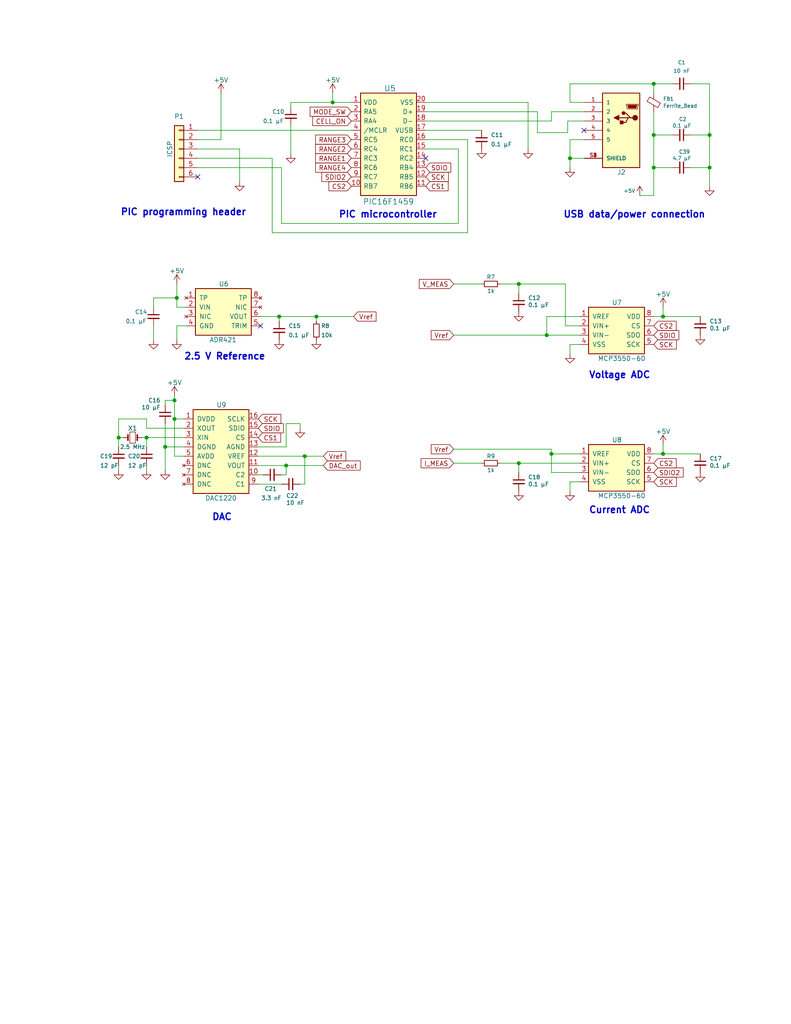
<source format=kicad_sch>
(kicad_sch (version 20230121) (generator eeschema)
  (paper "USLetter" portrait)
  (title_block (title "MYSTAT") (date "2024-05-04") (rev "1") (company "USB-Controlled Potentiostat/Galvanostat") (comment 1 "Based on TDSTATv3 designed by Thomas Dobbelaere") (comment 2 "by Matthew Yates"))
  (lib_symbols
    (symbol "Connector_Generic:Conn_01x06" (pin_names (offset 1.016) hide)
      (property "Reference" "J" (at 0 7.62 0))
      (property "Value" "Conn_01x06" (at 0 -10.16 0))
      (symbol "Conn_01x06_1_1"
        (rectangle (start -1.27 -7.493) (end 0 -7.747) (stroke (width 0.1524)))
        (rectangle (start -1.27 -4.953) (end 0 -5.207) (stroke (width 0.1524)))
        (rectangle (start -1.27 -2.413) (end 0 -2.667) (stroke (width 0.1524)))
        (rectangle (start -1.27 0.127) (end 0 -0.127) (stroke (width 0.1524)))
        (rectangle (start -1.27 2.667) (end 0 2.413) (stroke (width 0.1524)))
        (rectangle (start -1.27 5.207) (end 0 4.953) (stroke (width 0.1524)))
        (rectangle (start -1.27 6.35) (end 1.27 -8.89) (stroke (width 0.254)) (fill (type background)))
        (pin passive line (at -5.08 5.08 0) (length 3.81) (name "Pin_1") (number "1"))
        (pin passive line (at -5.08 2.54 0) (length 3.81) (name "Pin_2") (number "2"))
        (pin passive line (at -5.08 0 0) (length 3.81) (name "Pin_3") (number "3"))
        (pin passive line (at -5.08 -2.54 0) (length 3.81) (name "Pin_4") (number "4"))
        (pin passive line (at -5.08 -5.08 0) (length 3.81) (name "Pin_5") (number "5"))
        (pin passive line (at -5.08 -7.62 0) (length 3.81) (name "Pin_6") (number "6"))
      )
    )
    (symbol "Device:C_Small" (pin_numbers hide) (pin_names (offset 0.254) hide)
      (property "Reference" "C" (at 0.254 1.778 0))
      (property "Value" "C_Small" (at 0.254 -2.032 0))
      (symbol "C_Small_0_1"
        (polyline (pts (xy -1.524 -0.508) (xy 1.524 -0.508)) (stroke (width 0.3302)))
        (polyline (pts (xy -1.524 0.508) (xy 1.524 0.508)) (stroke (width 0.3048)))
      )
      (symbol "C_Small_1_1"
        (pin passive line (at 0 2.54 270) (length 2.032) (name "~") (number "1"))
        (pin passive line (at 0 -2.54 90) (length 2.032) (name "~") (number "2"))
      )
    )
    (symbol "Device:Crystal_Small" (pin_numbers hide) (pin_names (offset 1.016) hide)
      (property "Reference" "Y" (at 0 2.54 0))
      (property "Value" "Crystal_Small" (at 0 -2.54 0))
      (symbol "Crystal_Small_0_1"
        (rectangle (start -0.762 -1.524) (end 0.762 1.524))
        (polyline (pts (xy -1.27 -0.762) (xy -1.27 0.762)) (stroke (width 0.381)))
        (polyline (pts (xy 1.27 -0.762) (xy 1.27 0.762)) (stroke (width 0.381)))
      )
      (symbol "Crystal_Small_1_1"
        (pin passive line (at -2.54 0 0) (length 1.27) (name "1") (number "1"))
        (pin passive line (at 2.54 0 180) (length 1.27) (name "2") (number "2"))
      )
    )
    (symbol "Device:FerriteBead_Small" (pin_numbers hide) (pin_names (offset 0))
      (property "Reference" "FB" (at 1.905 1.27 0))
      (property "Value" "FerriteBead_Small" (at 1.905 -1.27 0))
      (symbol "FerriteBead_Small_0_1"
        (polyline (pts (xy 0 -1.27) (xy 0 -0.7874)))
        (polyline (pts (xy 0 0.889) (xy 0 1.2954)))
        (polyline (pts (xy -1.8288 0.2794) (xy -1.1176 1.4986) (xy 1.8288 -0.2032) (xy 1.1176 -1.4224) (xy -1.8288 0.2794)))
      )
      (symbol "FerriteBead_Small_1_1"
        (pin passive line (at 0 2.54 270) (length 1.27) (name "~") (number "1"))
        (pin passive line (at 0 -2.54 90) (length 1.27) (name "~") (number "2"))
      )
    )
    (symbol "Device:R_Small" (pin_numbers hide) (pin_names (offset 0.254) hide)
      (property "Reference" "R" (at 0.762 0.508 0))
      (property "Value" "R_Small" (at 0.762 -1.016 0))
      (symbol "R_Small_0_1"
        (rectangle (start -0.762 1.778) (end 0.762 -1.778) (stroke (width 0.2032)))
      )
      (symbol "R_Small_1_1"
        (pin passive line (at 0 2.54 270) (length 0.762) (name "~") (number "1"))
        (pin passive line (at 0 -2.54 90) (length 0.762) (name "~") (number "2"))
      )
    )
    (symbol "mylib:2173157-3" (pin_names (offset 1.016))
      (property "Reference" "J" (at -5.334 10.6934 0))
      (property "Value" "2173157-3" (at -5.334 -12.192 0))
      (symbol "2173157-3_0_0"
        (rectangle (start -5.08 10.16) (end 5.08 -10.16) (stroke (width 0.254)) (fill (type background)))
        (pin passive line (at 10.16 7.62 180) (length 5.08) (name "1") (number "1"))
        (pin passive line (at 10.16 5.08 180) (length 5.08) (name "2") (number "2"))
        (pin passive line (at 10.16 2.54 180) (length 5.08) (name "3") (number "3"))
        (pin passive line (at 10.16 0 180) (length 5.08) (name "4") (number "4"))
        (pin passive line (at 10.16 -2.54 180) (length 5.08) (name "5") (number "5"))
        (pin passive line (at 10.16 -7.62 180) (length 5.08) (name "SHIELD") (number "S1"))
        (pin passive line (at 10.16 -7.62 180) (length 5.08) (name "SHIELD") (number "S2"))
        (pin passive line (at 10.16 -7.62 180) (length 5.08) (name "SHIELD") (number "S3"))
        (pin passive line (at 10.16 -7.62 180) (length 5.08) (name "SHIELD") (number "S4"))
      )
      (symbol "2173157-3_1_1"
        (circle (center -3.81 3.429) (radius 0.635) (stroke (width 0.254)) (fill (type outline)))
        (circle (center -0.635 4.699) (radius 0.381) (stroke (width 0.254)) (fill (type outline)))
        (polyline (pts (xy -1.905 3.429) (xy 0.635 3.429)) (stroke (width 0.254)))
        (polyline (pts (xy -3.175 3.429) (xy -2.54 3.429) (xy -1.27 4.699) (xy -0.635 4.699)) (stroke (width 0.254)))
        (polyline (pts (xy -2.54 3.429) (xy -1.905 3.429) (xy -1.27 2.159) (xy 0 2.159)) (stroke (width 0.254)))
        (polyline (pts (xy 0.635 4.064) (xy 0.635 2.794) (xy 1.905 3.429) (xy 0.635 4.064)) (stroke (width 0.254)) (fill (type outline)))
        (polyline (pts (xy -4.318 6.858) (xy -1.778 6.858) (xy -2.032 6.096) (xy -4.064 6.096) (xy -4.318 6.858)) (fill (type outline)))
        (polyline (pts (xy -4.699 7.112) (xy -4.699 6.858) (xy -4.445 6.096) (xy -4.445 5.842) (xy -1.651 5.842) (xy -1.651 6.096) (xy -1.397 6.858) (xy -1.397 7.112) (xy -4.699 7.112)))
        (rectangle (start 0.254 2.54) (end -0.508 1.778) (stroke (width 0.254)) (fill (type outline)))
      )
    )
    (symbol "mylib:ADR421" (pin_names (offset 1.016))
      (property "Reference" "U" (at -7.62 8.89 0))
      (property "Value" "ADR421" (at -7.62 -6.35 0))
      (symbol "ADR421_0_0"
        (rectangle (start -7.62 7.62) (end 7.62 -5.08) (stroke (width 0.254)) (fill (type background)))
        (pin no_connect line (at -10.16 5.08 0) (length 2.54) (name "TP") (number "1"))
        (pin power_in line (at -10.16 2.54 0) (length 2.54) (name "VIN") (number "2"))
        (pin no_connect line (at -10.16 0 0) (length 2.54) (name "NIC") (number "3"))
        (pin power_in line (at -10.16 -2.54 0) (length 2.54) (name "GND") (number "4"))
        (pin input line (at 10.16 -2.54 180) (length 2.54) (name "TRIM") (number "5"))
        (pin output line (at 10.16 0 180) (length 2.54) (name "VOUT") (number "6"))
        (pin no_connect line (at 10.16 2.54 180) (length 2.54) (name "NIC") (number "7"))
        (pin no_connect line (at 10.16 5.08 180) (length 2.54) (name "TP") (number "8"))
      )
    )
    (symbol "mylib:DAC1220" (pin_names (offset 1.016))
      (property "Reference" "U" (at -7.62 8.89 0))
      (property "Value" "DAC1220" (at -7.62 -6.35 0))
      (symbol "DAC1220_0_0"
        (rectangle (start -7.62 12.7) (end 7.62 -10.16) (stroke (width 0.254)) (fill (type background)))
        (pin power_in line (at -10.16 10.16 0) (length 2.54) (name "DVDD") (number "1"))
        (pin passive line (at 10.16 -5.08 180) (length 2.54) (name "C2") (number "10"))
        (pin output line (at 10.16 -2.54 180) (length 2.54) (name "VOUT") (number "11"))
        (pin input line (at 10.16 0 180) (length 2.54) (name "VREF") (number "12"))
        (pin power_in line (at 10.16 2.54 180) (length 2.54) (name "AGND") (number "13"))
        (pin input line (at 10.16 5.08 180) (length 2.54) (name "CS") (number "14"))
        (pin bidirectional line (at 10.16 7.62 180) (length 2.54) (name "SDIO") (number "15"))
        (pin input line (at 10.16 10.16 180) (length 2.54) (name "SCLK") (number "16"))
        (pin output line (at -10.16 7.62 0) (length 2.54) (name "XOUT") (number "2"))
        (pin input line (at -10.16 5.08 0) (length 2.54) (name "XIN") (number "3"))
        (pin power_in line (at -10.16 2.54 0) (length 2.54) (name "DGND") (number "4"))
        (pin power_in line (at -10.16 0 0) (length 2.54) (name "AVDD") (number "5"))
        (pin no_connect line (at -10.16 -2.54 0) (length 2.54) (name "DNC") (number "6"))
        (pin no_connect line (at -10.16 -5.08 0) (length 2.54) (name "DNC") (number "7"))
        (pin no_connect line (at -10.16 -7.62 0) (length 2.54) (name "DNC") (number "8"))
        (pin passive line (at 10.16 -7.62 180) (length 2.54) (name "C1") (number "9"))
      )
    )
    (symbol "mylib:MCP3550" (pin_names (offset 1.016))
      (property "Reference" "U" (at -7.62 8.89 0))
      (property "Value" "MCP3550" (at -7.62 -6.35 0))
      (symbol "MCP3550_0_0"
        (rectangle (start -7.62 7.62) (end 7.62 -5.08) (stroke (width 0.254)) (fill (type background)))
        (pin input line (at -10.16 5.08 0) (length 2.54) (name "VREF") (number "1"))
        (pin input line (at -10.16 2.54 0) (length 2.54) (name "VIN+") (number "2"))
        (pin input line (at -10.16 0 0) (length 2.54) (name "VIN-") (number "3"))
        (pin power_in line (at -10.16 -2.54 0) (length 2.54) (name "VSS") (number "4"))
        (pin input line (at 10.16 -2.54 180) (length 2.54) (name "SCK") (number "5"))
        (pin output line (at 10.16 0 180) (length 2.54) (name "SDO") (number "6"))
        (pin input line (at 10.16 2.54 180) (length 2.54) (name "CS") (number "7"))
        (pin power_in line (at 10.16 5.08 180) (length 2.54) (name "VDD") (number "8"))
      )
    )
    (symbol "mylib:PIC16F1459" (pin_names (offset 0.762))
      (property "Reference" "U" (at 0 17.78 0))
      (property "Value" "PIC16F1459" (at 0 -13.97 0))
      (symbol "PIC16F1459_0_0"
        (rectangle (start -7.62 15.24) (end 7.62 -12.7) (stroke (width 0.254)) (fill (type background)))
        (pin power_in line (at -10.16 12.7 0) (length 2.54) (name "VDD") (number "1"))
        (pin bidirectional line (at -10.16 -10.16 0) (length 2.54) (name "RB7") (number "10"))
        (pin bidirectional line (at 10.16 -10.16 180) (length 2.54) (name "RB6") (number "11"))
        (pin bidirectional line (at 10.16 -7.62 180) (length 2.54) (name "RB5") (number "12"))
        (pin bidirectional line (at 10.16 -5.08 180) (length 2.54) (name "RB4") (number "13"))
        (pin bidirectional line (at 10.16 -2.54 180) (length 2.54) (name "RC2") (number "14"))
        (pin bidirectional line (at 10.16 0 180) (length 2.54) (name "RC1") (number "15"))
        (pin bidirectional line (at 10.16 2.54 180) (length 2.54) (name "RC0") (number "16"))
        (pin power_out line (at 10.16 5.08 180) (length 2.54) (name "VUSB") (number "17"))
        (pin bidirectional line (at 10.16 7.62 180) (length 2.54) (name "D-") (number "18"))
        (pin bidirectional line (at 10.16 10.16 180) (length 2.54) (name "D+") (number "19"))
        (pin bidirectional line (at -10.16 10.16 0) (length 2.54) (name "RA5") (number "2"))
        (pin power_in line (at 10.16 12.7 180) (length 2.54) (name "VSS") (number "20"))
        (pin bidirectional line (at -10.16 7.62 0) (length 2.54) (name "RA4") (number "3"))
        (pin input line (at -10.16 5.08 0) (length 2.54) (name "/MCLR") (number "4"))
        (pin bidirectional line (at -10.16 2.54 0) (length 2.54) (name "RC5") (number "5"))
        (pin bidirectional line (at -10.16 0 0) (length 2.54) (name "RC4") (number "6"))
        (pin bidirectional line (at -10.16 -2.54 0) (length 2.54) (name "RC3") (number "7"))
        (pin bidirectional line (at -10.16 -5.08 0) (length 2.54) (name "RC6") (number "8"))
        (pin bidirectional line (at -10.16 -7.62 0) (length 2.54) (name "RC7") (number "9"))
      )
    )
    (symbol "power:+5V" (power) (pin_names (offset 0))
      (property "Value" "+5V" (at 0 3.556 0))
      (symbol "+5V_0_1"
        (polyline (pts (xy -0.762 1.27) (xy 0 2.54)))
        (polyline (pts (xy 0 0) (xy 0 2.54)))
        (polyline (pts (xy 0 2.54) (xy 0.762 1.27)))
      )
      (symbol "+5V_1_1"
        (pin power_in line (at 0 0 90) (length 0) hide (name "+5V") (number "1"))
      )
    )
    (symbol "power:GND" (power) (pin_names (offset 0))
      (property "Value" "GND" (at 0 -3.81 0))
      (symbol "GND_0_1"
        (polyline (pts (xy 0 0) (xy 0 -1.27) (xy 1.27 -1.27) (xy 0 -2.54) (xy -1.27 -1.27) (xy 0 -1.27)))
      )
      (symbol "GND_1_1"
        (pin power_in line (at 0 0 270) (length 0) hide (name "GND") (number "1"))
      )
    )
  )
  (junction (at 48.26 81.28))
  (junction (at 45.085 121.92))
  (junction (at 193.675 36.83))
  (junction (at 155.575 43.18))
  (junction (at 180.975 86.36))
  (junction (at 83.185 124.46))
  (junction (at 141.605 77.47))
  (junction (at 76.2 86.36))
  (junction (at 86.36 86.36))
  (junction (at 150.495 123.825))
  (junction (at 193.675 45.72))
  (junction (at 47.625 109.22))
  (junction (at 178.435 22.86))
  (junction (at 32.385 119.38))
  (junction (at 47.625 114.3))
  (junction (at 90.805 27.94))
  (junction (at 78.105 127))
  (junction (at 149.225 91.44))
  (junction (at 180.975 123.825))
  (junction (at 178.435 36.83))
  (junction (at 178.435 45.72))
  (junction (at 40.005 119.38))
  (junction (at 141.605 126.365))
  (no_connect (at 159.385 35.56))
  (no_connect (at 116.205 43.18))
  (no_connect (at 71.12 88.9))
  (no_connect (at 53.975 48.26))
  (wire (pts (xy 41.91 81.28) (xy 48.26 81.28)))
  (wire (pts (xy 154.94 36.195) (xy 146.685 36.195)))
  (wire (pts (xy 180.975 83.82) (xy 180.975 86.36)))
  (wire (pts (xy 125.095 60.96) (xy 76.835 60.96)))
  (wire (pts (xy 141.605 126.365) (xy 158.115 126.365)))
  (wire (pts (xy 178.435 45.72) (xy 178.435 53.34)))
  (wire (pts (xy 70.485 132.08) (xy 76.835 132.08)))
  (wire (pts (xy 83.185 132.08) (xy 81.915 132.08)))
  (wire (pts (xy 158.115 86.36) (xy 149.225 86.36)))
  (wire (pts (xy 116.205 40.64) (xy 125.095 40.64)))
  (wire (pts (xy 76.2 86.36) (xy 76.2 87.63)))
  (wire (pts (xy 116.205 38.1) (xy 127.635 38.1)))
  (wire (pts (xy 79.375 27.94) (xy 90.805 27.94)))
  (wire (pts (xy 60.325 38.1) (xy 53.975 38.1)))
  (wire (pts (xy 150.495 123.825) (xy 158.115 123.825)))
  (wire (pts (xy 70.485 127) (xy 78.105 127)))
  (wire (pts (xy 125.095 40.64) (xy 125.095 60.96)))
  (wire (pts (xy 40.005 119.38) (xy 50.165 119.38)))
  (wire (pts (xy 47.625 109.22) (xy 47.625 114.3)))
  (wire (pts (xy 159.385 38.1) (xy 155.575 38.1)))
  (wire (pts (xy 149.225 91.44) (xy 158.115 91.44)))
  (wire (pts (xy 78.105 127) (xy 78.105 129.54)))
  (wire (pts (xy 32.385 119.38) (xy 32.385 121.92)))
  (wire (pts (xy 48.26 77.47) (xy 48.26 81.28)))
  (wire (pts (xy 159.385 27.94) (xy 155.575 27.94)))
  (wire (pts (xy 70.485 129.54) (xy 71.755 129.54)))
  (wire (pts (xy 86.36 86.36) (xy 86.36 87.63)))
  (wire (pts (xy 155.575 93.98) (xy 155.575 96.52)))
  (wire (pts (xy 45.085 109.22) (xy 47.625 109.22)))
  (wire (pts (xy 90.805 27.94) (xy 95.885 27.94)))
  (wire (pts (xy 178.435 123.825) (xy 180.975 123.825)))
  (wire (pts (xy 78.105 115.57) (xy 81.915 115.57)))
  (wire (pts (xy 48.26 81.28) (xy 48.26 83.82)))
  (wire (pts (xy 159.385 30.48) (xy 150.495 30.48)))
  (wire (pts (xy 178.435 45.72) (xy 178.435 36.83)))
  (wire (pts (xy 159.385 33.02) (xy 154.94 33.02)))
  (wire (pts (xy 81.915 115.57) (xy 81.915 116.84)))
  (wire (pts (xy 178.435 30.48) (xy 178.435 36.83)))
  (wire (pts (xy 131.445 126.365) (xy 123.825 126.365)))
  (wire (pts (xy 136.525 77.47) (xy 141.605 77.47)))
  (wire (pts (xy 178.435 36.83) (xy 183.515 36.83)))
  (wire (pts (xy 158.115 93.98) (xy 155.575 93.98)))
  (wire (pts (xy 180.975 123.825) (xy 191.135 123.825)))
  (wire (pts (xy 86.36 86.36) (xy 96.52 86.36)))
  (wire (pts (xy 40.005 121.92) (xy 40.005 119.38)))
  (wire (pts (xy 90.805 25.4) (xy 90.805 27.94)))
  (wire (pts (xy 65.405 40.64) (xy 65.405 49.53)))
  (wire (pts (xy 141.605 128.905) (xy 141.605 126.365)))
  (wire (pts (xy 155.575 43.18) (xy 155.575 45.72)))
  (wire (pts (xy 193.675 22.86) (xy 193.675 36.83)))
  (wire (pts (xy 158.115 131.445) (xy 155.575 131.445)))
  (wire (pts (xy 74.295 63.5) (xy 74.295 43.18)))
  (wire (pts (xy 178.435 86.36) (xy 180.975 86.36)))
  (wire (pts (xy 188.595 36.83) (xy 193.675 36.83)))
  (wire (pts (xy 178.435 22.86) (xy 183.515 22.86)))
  (wire (pts (xy 45.085 121.92) (xy 50.165 121.92)))
  (wire (pts (xy 116.205 27.94) (xy 144.145 27.94)))
  (wire (pts (xy 155.575 131.445) (xy 155.575 133.985)))
  (wire (pts (xy 41.91 88.9) (xy 41.91 92.71)))
  (wire (pts (xy 74.295 43.18) (xy 53.975 43.18)))
  (wire (pts (xy 48.26 92.71) (xy 48.26 88.9)))
  (wire (pts (xy 155.575 22.86) (xy 178.435 22.86)))
  (wire (pts (xy 155.575 38.1) (xy 155.575 43.18)))
  (wire (pts (xy 146.685 30.48) (xy 116.205 30.48)))
  (wire (pts (xy 127.635 38.1) (xy 127.635 63.5)))
  (wire (pts (xy 193.675 45.72) (xy 193.675 50.8)))
  (wire (pts (xy 127.635 63.5) (xy 74.295 63.5)))
  (wire (pts (xy 159.385 43.18) (xy 155.575 43.18)))
  (wire (pts (xy 150.495 128.905) (xy 158.115 128.905)))
  (wire (pts (xy 141.605 80.01) (xy 141.605 77.47)))
  (wire (pts (xy 188.595 22.86) (xy 193.675 22.86)))
  (wire (pts (xy 45.085 115.57) (xy 45.085 121.92)))
  (wire (pts (xy 141.605 77.47) (xy 154.305 77.47)))
  (wire (pts (xy 76.835 45.72) (xy 53.975 45.72)))
  (wire (pts (xy 32.385 128.27) (xy 32.385 127)))
  (wire (pts (xy 150.495 122.555) (xy 123.825 122.555)))
  (wire (pts (xy 136.525 126.365) (xy 141.605 126.365)))
  (wire (pts (xy 60.325 25.4) (xy 60.325 38.1)))
  (wire (pts (xy 48.26 88.9) (xy 50.8 88.9)))
  (wire (pts (xy 47.625 114.3) (xy 47.625 124.46)))
  (wire (pts (xy 178.435 25.4) (xy 178.435 22.86)))
  (wire (pts (xy 150.495 123.825) (xy 150.495 128.905)))
  (wire (pts (xy 123.825 77.47) (xy 131.445 77.47)))
  (wire (pts (xy 78.105 129.54) (xy 76.835 129.54)))
  (wire (pts (xy 70.485 121.92) (xy 78.105 121.92)))
  (wire (pts (xy 123.825 91.44) (xy 149.225 91.44)))
  (wire (pts (xy 45.085 121.92) (xy 45.085 128.27)))
  (wire (pts (xy 53.975 35.56) (xy 95.885 35.56)))
  (wire (pts (xy 154.305 77.47) (xy 154.305 88.9)))
  (wire (pts (xy 41.91 83.82) (xy 41.91 81.28)))
  (wire (pts (xy 178.435 53.34) (xy 174.625 53.34)))
  (wire (pts (xy 150.495 33.02) (xy 116.205 33.02)))
  (wire (pts (xy 71.12 86.36) (xy 76.2 86.36)))
  (wire (pts (xy 40.005 114.3) (xy 40.005 116.84)))
  (wire (pts (xy 180.975 121.285) (xy 180.975 123.825)))
  (wire (pts (xy 40.005 116.84) (xy 50.165 116.84)))
  (wire (pts (xy 70.485 124.46) (xy 83.185 124.46)))
  (wire (pts (xy 146.685 36.195) (xy 146.685 30.48)))
  (wire (pts (xy 32.385 114.3) (xy 40.005 114.3)))
  (wire (pts (xy 76.2 86.36) (xy 86.36 86.36)))
  (wire (pts (xy 150.495 30.48) (xy 150.495 33.02)))
  (wire (pts (xy 144.145 27.94) (xy 144.145 40.64)))
  (wire (pts (xy 183.515 45.72) (xy 178.435 45.72)))
  (wire (pts (xy 76.835 60.96) (xy 76.835 45.72)))
  (wire (pts (xy 188.595 45.72) (xy 193.675 45.72)))
  (wire (pts (xy 32.385 114.3) (xy 32.385 119.38)))
  (wire (pts (xy 149.225 86.36) (xy 149.225 91.44)))
  (wire (pts (xy 48.26 83.82) (xy 50.8 83.82)))
  (wire (pts (xy 154.305 88.9) (xy 158.115 88.9)))
  (wire (pts (xy 53.975 40.64) (xy 65.405 40.64)))
  (wire (pts (xy 155.575 27.94) (xy 155.575 22.86)))
  (wire (pts (xy 154.94 33.02) (xy 154.94 36.195)))
  (wire (pts (xy 83.185 124.46) (xy 83.185 132.08)))
  (wire (pts (xy 33.655 119.38) (xy 32.385 119.38)))
  (wire (pts (xy 79.375 27.94) (xy 79.375 29.21)))
  (wire (pts (xy 150.495 123.825) (xy 150.495 122.555)))
  (wire (pts (xy 83.185 124.46) (xy 88.265 124.46)))
  (wire (pts (xy 47.625 107.95) (xy 47.625 109.22)))
  (wire (pts (xy 38.735 119.38) (xy 40.005 119.38)))
  (wire (pts (xy 47.625 124.46) (xy 50.165 124.46)))
  (wire (pts (xy 45.085 110.49) (xy 45.085 109.22)))
  (wire (pts (xy 180.975 86.36) (xy 191.135 86.36)))
  (wire (pts (xy 193.675 36.83) (xy 193.675 45.72)))
  (wire (pts (xy 40.005 128.27) (xy 40.005 127)))
  (wire (pts (xy 47.625 114.3) (xy 50.165 114.3)))
  (wire (pts (xy 78.105 121.92) (xy 78.105 115.57)))
  (wire (pts (xy 79.375 34.29) (xy 79.375 41.91)))
  (wire (pts (xy 78.105 127) (xy 88.265 127)))
  (wire (pts (xy 116.205 35.56) (xy 131.445 35.56)))
  (text "PIC programming header" (at 67.31 59.055 0) (effects (font (size 1.8034 1.8034) (thickness 0.3607) bold) (justify right bottom)))
  (text "PIC microcontroller" (at 119.38 59.69 0) (effects (font (size 1.8034 1.8034) (thickness 0.3607) bold) (justify right bottom)))
  (text "DAC" (at 57.785 142.24 0) (effects (font (size 1.8034 1.8034) (thickness 0.3607) bold) (justify left bottom)))
  (text "2.5 V Reference" (at 50.165 98.425 0) (effects (font (size 1.8034 1.8034) (thickness 0.3607) bold) (justify left bottom)))
  (text "Voltage ADC" (at 160.655 103.505 0) (effects (font (size 1.8034 1.8034) (thickness 0.3607) bold) (justify left bottom)))
  (text "USB data/power connection" (at 153.67 59.69 0) (effects (font (size 1.8034 1.8034) (thickness 0.3607) bold) (justify left bottom)))
  (text "Current ADC" (at 160.655 140.335 0) (effects (font (size 1.8034 1.8034) (thickness 0.3607) bold) (justify left bottom)))
  (global_label "CS1" (shape input) (at 116.205 50.8 0) (property "Intersheetrefs" "${INTERSHEET_REFS}" (effects hide)))
  (global_label "RANGE3" (shape input) (at 95.885 38.1 180) (property "Intersheetrefs" "${INTERSHEET_REFS}" (effects hide)))
  (global_label "SCK" (shape input) (at 70.485 114.3 0) (property "Intersheetrefs" "${INTERSHEET_REFS}" (effects hide)))
  (global_label "CELL_ON" (shape input) (at 95.885 33.02 180) (property "Intersheetrefs" "${INTERSHEET_REFS}" (effects hide)))
  (global_label "RANGE2" (shape input) (at 95.885 40.64 180) (property "Intersheetrefs" "${INTERSHEET_REFS}" (effects hide)))
  (global_label "RANGE4" (shape input) (at 95.885 45.72 180) (property "Intersheetrefs" "${INTERSHEET_REFS}" (effects hide)))
  (global_label "SDIO" (shape input) (at 116.205 45.72 0) (property "Intersheetrefs" "${INTERSHEET_REFS}" (effects hide)))
  (global_label "SDIO" (shape input) (at 70.485 116.84 0) (property "Intersheetrefs" "${INTERSHEET_REFS}" (effects hide)))
  (global_label "RANGE1" (shape input) (at 95.885 43.18 180) (property "Intersheetrefs" "${INTERSHEET_REFS}" (effects hide)))
  (global_label "SDIO2" (shape input) (at 95.885 48.26 180) (property "Intersheetrefs" "${INTERSHEET_REFS}" (effects hide)))
  (global_label "DAC_out" (shape input) (at 88.265 127 0) (property "Intersheetrefs" "${INTERSHEET_REFS}" (effects hide)))
  (global_label "Vref" (shape input) (at 88.265 124.46 0) (property "Intersheetrefs" "${INTERSHEET_REFS}" (effects hide)))
  (global_label "CS2" (shape input) (at 178.435 88.9 0) (property "Intersheetrefs" "${INTERSHEET_REFS}" (effects hide)))
  (global_label "SCK" (shape input) (at 178.435 131.445 0) (property "Intersheetrefs" "${INTERSHEET_REFS}" (effects hide)))
  (global_label "V_MEAS" (shape input) (at 123.825 77.47 180) (property "Intersheetrefs" "${INTERSHEET_REFS}" (effects hide)))
  (global_label "Vref" (shape input) (at 123.825 122.555 180) (property "Intersheetrefs" "${INTERSHEET_REFS}" (effects hide)))
  (global_label "Vref" (shape input) (at 96.52 86.36 0) (property "Intersheetrefs" "${INTERSHEET_REFS}" (effects hide)))
  (global_label "CS2" (shape input) (at 95.885 50.8 180) (property "Intersheetrefs" "${INTERSHEET_REFS}" (effects hide)))
  (global_label "SCK" (shape input) (at 178.435 93.98 0) (property "Intersheetrefs" "${INTERSHEET_REFS}" (effects hide)))
  (global_label "CS2" (shape input) (at 178.435 126.365 0) (property "Intersheetrefs" "${INTERSHEET_REFS}" (effects hide)))
  (global_label "Vref" (shape input) (at 123.825 91.44 180) (property "Intersheetrefs" "${INTERSHEET_REFS}" (effects hide)))
  (global_label "MODE_SW" (shape input) (at 95.885 30.48 180) (property "Intersheetrefs" "${INTERSHEET_REFS}" (effects hide)))
  (global_label "SDIO2" (shape input) (at 178.435 128.905 0) (property "Intersheetrefs" "${INTERSHEET_REFS}" (effects hide)))
  (global_label "SCK" (shape input) (at 116.205 48.26 0) (property "Intersheetrefs" "${INTERSHEET_REFS}" (effects hide)))
  (global_label "SDIO" (shape input) (at 178.435 91.44 0) (property "Intersheetrefs" "${INTERSHEET_REFS}" (effects hide)))
  (global_label "CS1" (shape input) (at 70.485 119.38 0) (property "Intersheetrefs" "${INTERSHEET_REFS}" (effects hide)))
  (global_label "I_MEAS" (shape input) (at 123.825 126.365 180) (property "Intersheetrefs" "${INTERSHEET_REFS}" (effects hide)))
  (symbol (lib_id "mylib:MCP3550") (at 168.275 91.44 0) (unit 1)
    (property "Reference" "U7" (at 167.005 82.55 0) (effects (justify left)))
    (property "Value" "MCP3550-60" (at 163.195 97.79 0) (effects (justify left)))
    (property "Footprint" "my_footprints:SOIC-8" (effects hide))
    (property "Datasheet" "http://www.microchip.com/mymicrochip/filehandler.aspx?ddocname=en024716" (effects hide))
    (property "Manufacturer" "Microchip Technology" (effects hide))
    (property "Part Number" "MCP3550-60E/SN" (effects hide))
  )
  (symbol (lib_id "mylib:ADR421") (at 60.96 86.36 0) (unit 1)
    (property "Reference" "U6" (at 59.69 77.47 0) (effects (justify left)))
    (property "Value" "ADR421" (at 57.15 92.71 0) (effects (justify left)))
    (property "Footprint" "my_footprints:SOIC-8" (effects hide))
    (property "Datasheet" "http://www.analog.com/media/en/technical-documentation/data-sheets/ADR420_421_423_425.pdf" (effects hide))
    (property "Manufacturer" "Analog Devices Inc." (effects hide))
    (property "Part Number" "ADR421ARZ" (effects hide))
  )
  (symbol (lib_id "power:+5V") (at 48.26 77.47 0) (unit 1)
    (property "Reference" "#PWR026" (effects hide))
    (property "Value" "+5V" (at 48.26 73.914 0))
  )
  (symbol (lib_id "power:GND") (at 48.26 92.71 0) (unit 1)
    (property "Reference" "#PWR032" (effects hide))
    (property "Value" "GND" (effects hide))
  )
  (symbol (lib_id "Device:C_Small") (at 41.91 86.36 0) (unit 1)
    (property "Reference" "C14" (at 36.83 85.09 0) (effects (font (size 1.0922 1.0922)) (justify left)))
    (property "Value" "0.1 µF" (at 34.29 87.63 0) (effects (font (size 1.0922 1.0922)) (justify left)))
    (property "Footprint" "Capacitor_SMD:C_0805_2012Metric" (effects hide))
    (property "Datasheet" "http://datasheets.avx.com/X7RDielectric.pdf" (effects hide))
    (property "Manufacturer" "AVX Corporation" (effects hide))
    (property "Part Number" "08055C104KAT2A" (effects hide))
  )
  (symbol (lib_id "power:GND") (at 41.91 92.71 0) (unit 1)
    (property "Reference" "#PWR031" (effects hide))
    (property "Value" "GND" (effects hide))
  )
  (symbol (lib_id "Device:C_Small") (at 76.2 90.17 0) (unit 1)
    (property "Reference" "C15" (at 78.74 88.9 0) (effects (font (size 1.0922 1.0922)) (justify left)))
    (property "Value" "0.1 µF" (at 78.74 91.44 0) (effects (font (size 1.0922 1.0922)) (justify left)))
    (property "Footprint" "Capacitor_SMD:C_0805_2012Metric" (effects hide))
    (property "Datasheet" "http://datasheets.avx.com/X7RDielectric.pdf" (effects hide))
    (property "Manufacturer" "AVX Corporation" (effects hide))
    (property "Part Number" "08055C104KAT2A" (effects hide))
  )
  (symbol (lib_id "power:GND") (at 76.2 92.71 0) (unit 1)
    (property "Reference" "#PWR033" (effects hide))
    (property "Value" "GND" (effects hide))
  )
  (symbol (lib_id "power:GND") (at 155.575 96.52 0) (unit 1)
    (property "Reference" "#PWR030" (effects hide))
    (property "Value" "GND" (effects hide))
  )
  (symbol (lib_id "power:+5V") (at 180.975 83.82 0) (unit 1)
    (property "Reference" "#PWR027" (effects hide))
    (property "Value" "+5V" (at 180.975 80.264 0))
  )
  (symbol (lib_id "mylib:MCP3550") (at 168.275 128.905 0) (unit 1)
    (property "Reference" "U8" (at 167.005 120.015 0) (effects (justify left)))
    (property "Value" "MCP3550-60" (at 163.195 135.255 0) (effects (justify left)))
    (property "Footprint" "my_footprints:SOIC-8" (effects hide))
    (property "Datasheet" "http://www.microchip.com/mymicrochip/filehandler.aspx?ddocname=en024716" (effects hide))
    (property "Manufacturer" "Microchip Technology" (effects hide))
    (property "Part Number" "MCP3550-60E/SN" (effects hide))
  )
  (symbol (lib_id "power:GND") (at 155.575 133.985 0) (unit 1)
    (property "Reference" "#PWR040" (effects hide))
    (property "Value" "GND" (effects hide))
  )
  (symbol (lib_id "power:+5V") (at 180.975 121.285 0) (unit 1)
    (property "Reference" "#PWR036" (effects hide))
    (property "Value" "+5V" (at 180.975 117.729 0))
  )
  (symbol (lib_id "Device:C_Small") (at 191.135 88.9 0) (unit 1)
    (property "Reference" "C13" (at 193.675 87.63 0) (effects (font (size 1.0922 1.0922)) (justify left)))
    (property "Value" "0.1 µF" (at 193.675 90.17 0) (effects (font (size 1.0922 1.0922)) (justify left bottom)))
    (property "Footprint" "Capacitor_SMD:C_0805_2012Metric" (effects hide))
    (property "Datasheet" "http://datasheets.avx.com/X7RDielectric.pdf" (effects hide))
    (property "Manufacturer" "AVX Corporation" (effects hide))
    (property "Part Number" "08055C104KAT2A" (effects hide))
  )
  (symbol (lib_id "power:GND") (at 191.135 91.44 0) (unit 1)
    (property "Reference" "#PWR029" (effects hide))
    (property "Value" "GND" (effects hide))
  )
  (symbol (lib_id "Device:C_Small") (at 191.135 126.365 0) (unit 1)
    (property "Reference" "C17" (at 193.675 125.095 0) (effects (font (size 1.0922 1.0922)) (justify left)))
    (property "Value" "0.1 µF" (at 193.675 127.635 0) (effects (font (size 1.0922 1.0922)) (justify left bottom)))
    (property "Footprint" "Capacitor_SMD:C_0805_2012Metric" (effects hide))
    (property "Datasheet" "http://datasheets.avx.com/X7RDielectric.pdf" (effects hide))
    (property "Manufacturer" "AVX Corporation" (effects hide))
    (property "Part Number" "08055C104KAT2A" (effects hide))
  )
  (symbol (lib_id "power:GND") (at 191.135 128.905 0) (unit 1)
    (property "Reference" "#PWR038" (effects hide))
    (property "Value" "GND" (effects hide))
  )
  (symbol (lib_id "Device:R_Small") (at 86.36 90.17 0) (unit 1)
    (property "Reference" "R8" (at 87.63 88.9 0) (effects (font (size 1.0922 1.0922)) (justify left)))
    (property "Value" "10k" (at 87.63 91.44 0) (effects (font (size 1.0922 1.0922)) (justify left)))
    (property "Footprint" "Resistor_SMD:R_0805_2012Metric" (effects hide))
    (property "Datasheet" "http://www.yageo.com/documents/recent/PYu-RC_Group_51_RoHS_L_9.pdf" (effects hide))
    (property "Manufacturer" "Yageo" (effects hide))
    (property "Part Number" "RC0805FR-0710KL" (effects hide))
  )
  (symbol (lib_id "power:GND") (at 86.36 92.71 0) (unit 1)
    (property "Reference" "#PWR034" (effects hide))
    (property "Value" "GND" (effects hide))
  )
  (symbol (lib_id "Device:R_Small") (at 133.985 126.365 90) (unit 1)
    (property "Reference" "R9" (at 133.985 125.095 90) (effects (font (size 1.0922 1.0922)) (justify top)))
    (property "Value" "1k" (at 133.985 127.635 90) (effects (font (size 1.0922 1.0922)) (justify bottom)))
    (property "Footprint" "Resistor_SMD:R_0805_2012Metric" (effects hide))
    (property "Datasheet" "http://www.yageo.com/documents/recent/PYu-RC_Group_51_RoHS_L_9.pdf" (effects hide))
    (property "Manufacturer" "Yageo" (effects hide))
    (property "Part Number" "RC0805FR-071KL" (effects hide))
  )
  (symbol (lib_id "Device:R_Small") (at 133.985 77.47 90) (unit 1)
    (property "Reference" "R7" (at 133.985 76.2 90) (effects (font (size 1.0922 1.0922)) (justify top)))
    (property "Value" "1k" (at 133.985 78.74 90) (effects (font (size 1.0922 1.0922)) (justify bottom)))
    (property "Footprint" "Resistor_SMD:R_0805_2012Metric" (effects hide))
    (property "Datasheet" "http://www.yageo.com/documents/recent/PYu-RC_Group_51_RoHS_L_9.pdf" (effects hide))
    (property "Manufacturer" "Yageo" (effects hide))
    (property "Part Number" "RC0805FR-071KL" (effects hide))
  )
  (symbol (lib_id "Device:C_Small") (at 141.605 131.445 0) (unit 1)
    (property "Reference" "C18" (at 144.145 130.175 0) (effects (font (size 1.0922 1.0922)) (justify left)))
    (property "Value" "0.1 µF" (at 144.145 132.715 0) (effects (font (size 1.0922 1.0922)) (justify left bottom)))
    (property "Footprint" "Capacitor_SMD:C_0805_2012Metric" (effects hide))
    (property "Datasheet" "http://datasheets.avx.com/X7RDielectric.pdf" (effects hide))
    (property "Manufacturer" "AVX Corporation" (effects hide))
    (property "Part Number" "08055C104KAT2A" (effects hide))
  )
  (symbol (lib_id "power:GND") (at 141.605 133.985 0) (unit 1)
    (property "Reference" "#PWR039" (effects hide))
    (property "Value" "GND" (effects hide))
  )
  (symbol (lib_id "Device:C_Small") (at 141.605 82.55 0) (unit 1)
    (property "Reference" "C12" (at 144.145 81.28 0) (effects (font (size 1.0922 1.0922)) (justify left)))
    (property "Value" "0.1 µF" (at 144.145 83.82 0) (effects (font (size 1.0922 1.0922)) (justify left bottom)))
    (property "Footprint" "Capacitor_SMD:C_0805_2012Metric" (effects hide))
    (property "Datasheet" "http://datasheets.avx.com/X7RDielectric.pdf" (effects hide))
    (property "Manufacturer" "AVX Corporation" (effects hide))
    (property "Part Number" "08055C104KAT2A" (effects hide))
  )
  (symbol (lib_id "power:GND") (at 141.605 85.09 0) (unit 1)
    (property "Reference" "#PWR028" (effects hide))
    (property "Value" "GND" (effects hide))
  )
  (symbol (lib_id "mylib:PIC16F1459") (at 106.045 40.64 0) (unit 1)
    (property "Reference" "U5" (at 104.775 24.13 0) (effects (font (size 1.524 1.524)) (justify left)))
    (property "Value" "PIC16F1459" (at 106.045 55.88 0) (effects (font (size 1.524 1.524)) (justify bottom)))
    (property "Footprint" "my_footprints:SOIC-20W" (effects hide))
    (property "Datasheet" "http://www.microchip.com/mymicrochip/filehandler.aspx?ddocname=en558409" (effects hide))
    (property "Manufacturer" "Microchip Technology" (effects hide))
    (property "Part Number" "PIC16F1459-I/SO" (effects hide))
  )
  (symbol (lib_id "power:GND") (at 144.145 40.64 0) (unit 1)
    (property "Reference" "#PWR022" (effects hide))
    (property "Value" "GND" (effects hide))
  )
  (symbol (lib_id "Device:C_Small") (at 131.445 38.1 0) (unit 1)
    (property "Reference" "C11" (at 133.985 36.83 0) (effects (font (size 1.0922 1.0922)) (justify left)))
    (property "Value" "0.1 µF" (at 133.985 39.37 0) (effects (font (size 1.0922 1.0922)) (justify left)))
    (property "Footprint" "Capacitor_SMD:C_0805_2012Metric" (effects hide))
    (property "Datasheet" "http://datasheets.avx.com/X7RDielectric.pdf" (effects hide))
    (property "Manufacturer" "AVX Corporation" (effects hide))
    (property "Part Number" "08055C104KAT2A" (effects hide))
  )
  (symbol (lib_id "power:GND") (at 131.445 40.64 0) (unit 1)
    (property "Reference" "#PWR021" (effects hide))
    (property "Value" "GND" (effects hide))
  )
  (symbol (lib_id "power:+5V") (at 90.805 25.4 0) (unit 1)
    (property "Reference" "#PWR020" (effects hide))
    (property "Value" "+5V" (at 90.805 21.844 0))
  )
  (symbol (lib_id "Device:C_Small") (at 79.375 31.75 0) (unit 1)
    (property "Reference" "C10" (at 74.295 30.48 0) (effects (font (size 1.0922 1.0922)) (justify left)))
    (property "Value" "0.1 µF" (at 71.755 33.02 0) (effects (font (size 1.0922 1.0922)) (justify left)))
    (property "Footprint" "Capacitor_SMD:C_0805_2012Metric" (effects hide))
    (property "Datasheet" "http://datasheets.avx.com/X7RDielectric.pdf" (effects hide))
    (property "Manufacturer" "AVX Corporation" (effects hide))
    (property "Part Number" "08055C104KAT2A" (effects hide))
  )
  (symbol (lib_id "power:GND") (at 79.375 41.91 0) (unit 1)
    (property "Reference" "#PWR024" (effects hide))
    (property "Value" "GND" (effects hide))
  )
  (symbol (lib_id "mylib:DAC1220") (at 60.325 124.46 0) (unit 1)
    (property "Reference" "U9" (at 59.055 110.49 0) (effects (justify left)))
    (property "Value" "DAC1220" (at 60.325 135.89 0))
    (property "Footprint" "my_footprints:DAC1220" (effects hide))
    (property "Datasheet" "http://www.ti.com/lit/ds/symlink/dac1220.pdf" (effects hide))
    (property "Manufacturer" "Texas Instruments" (effects hide))
    (property "Part Number" "DAC1220E" (effects hide))
  )
  (symbol (lib_id "power:GND") (at 45.085 128.27 0) (unit 1)
    (property "Reference" "#PWR043" (effects hide))
    (property "Value" "GND" (effects hide))
  )
  (symbol (lib_id "power:GND") (at 81.915 116.84 0) (unit 1)
    (property "Reference" "#PWR037" (effects hide))
    (property "Value" "GND" (effects hide))
  )
  (symbol (lib_id "power:+5V") (at 47.625 107.95 0) (unit 1)
    (property "Reference" "#PWR035" (effects hide))
    (property "Value" "+5V" (at 47.625 104.394 0))
  )
  (symbol (lib_id "Device:Crystal_Small") (at 36.195 119.38 0) (unit 1)
    (property "Reference" "X1" (at 36.195 116.84 0))
    (property "Value" "2.5 MHz" (at 36.195 121.92 0) (effects (font (size 1.0922 1.0922))))
    (property "Footprint" "Crystal:Crystal_HC49-U_Vertical" (effects hide))
    (property "Datasheet" "http://www.ecsxtal.com/store/pdf/hc49ux.pdf" (effects hide))
    (property "Manufacturer" "ECS Inc." (effects hide))
    (property "Part Number" "ECS-25-S-1X" (effects hide))
  )
  (symbol (lib_id "Device:C_Small") (at 32.385 124.46 0) (unit 1)
    (property "Reference" "C19" (at 27.305 124.46 0) (effects (font (size 1.0922 1.0922)) (justify left)))
    (property "Value" "12 pF" (at 27.305 127 0) (effects (font (size 1.0922 1.0922)) (justify left)))
    (property "Footprint" "Capacitor_SMD:C_0805_2012Metric" (effects hide))
    (property "Datasheet" "http://www.yageo.com/documents/recent/UPY-GP_NP0_16V-to-50V_16.pdf" (effects hide))
    (property "Manufacturer" "Yageo" (effects hide))
    (property "Part Number" "CC0805JRNPO9BN120" (effects hide))
  )
  (symbol (lib_id "Device:C_Small") (at 40.005 124.46 0) (unit 1)
    (property "Reference" "C20" (at 34.925 124.46 0) (effects (font (size 1.0922 1.0922)) (justify left)))
    (property "Value" "12 pF" (at 34.925 127 0) (effects (font (size 1.0922 1.0922)) (justify left)))
    (property "Footprint" "Capacitor_SMD:C_0805_2012Metric" (effects hide))
    (property "Datasheet" "http://www.yageo.com/documents/recent/UPY-GP_NP0_16V-to-50V_16.pdf" (effects hide))
    (property "Manufacturer" "Yageo" (effects hide))
    (property "Part Number" "CC0805JRNPO9BN120" (effects hide))
  )
  (symbol (lib_id "power:GND") (at 40.005 128.27 0) (unit 1)
    (property "Reference" "#PWR042" (effects hide))
    (property "Value" "GND" (effects hide))
  )
  (symbol (lib_id "power:GND") (at 32.385 128.27 0) (unit 1)
    (property "Reference" "#PWR041" (effects hide))
    (property "Value" "GND" (effects hide))
  )
  (symbol (lib_id "Device:C_Small") (at 79.375 132.08 90) (unit 1)
    (property "Reference" "C22" (at 78.105 134.62 90) (effects (font (size 1.0922 1.0922)) (justify right bottom)))
    (property "Value" "10 nF" (at 78.105 137.16 90) (effects (font (size 1.0922 1.0922)) (justify right)))
    (property "Footprint" "Capacitor_SMD:C_0805_2012Metric" (effects hide))
    (property "Datasheet" "https://api.kemet.com/component-edge/download/datasheet/C0805C103J5GACTU.pdf" (effects hide))
    (property "Manufacturer" "KEMET" (effects hide))
    (property "Part Number" "C0805C103J5GACTU" (effects hide))
  )
  (symbol (lib_id "Device:C_Small") (at 74.295 129.54 90) (unit 1)
    (property "Reference" "C21" (at 75.565 133.35 90) (effects (font (size 1.0922 1.0922)) (justify left)))
    (property "Value" "3.3 nF" (at 76.835 135.89 90) (effects (font (size 1.0922 1.0922)) (justify left)))
    (property "Footprint" "Capacitor_SMD:C_0805_2012Metric" (effects hide))
    (property "Datasheet" "https://www.murata.com/~/media/webrenewal/support/library/catalog/products/capacitor/mlcc/c02e.ashx?la=en-us" (effects hide))
    (property "Manufacturer" "Murata Electronics North America" (effects hide))
    (property "Part Number" "GRM2165C1H332JA01D" (effects hide))
  )
  (symbol (lib_id "Device:C_Small") (at 45.085 113.03 0) (unit 1)
    (property "Reference" "C16" (at 43.815 109.22 0) (effects (font (size 1.0922 1.0922)) (justify right)))
    (property "Value" "10 µF" (at 43.815 111.76 0) (effects (font (size 1.0922 1.0922)) (justify right bottom)))
    (property "Footprint" "Capacitor_SMD:C_1210_3225Metric" (effects hide))
    (property "Datasheet" "http://www.samsungsem.com/kr/support/product-search/mlcc/CL32B106KBJNNWE.jsp" (effects hide))
    (property "Manufacturer" "Samsung Electro-Mechanics" (effects hide))
    (property "Part Number" "CL32B106KBJNNWE" (effects hide))
  )
  (symbol (lib_id "Connector_Generic:Conn_01x06") (at 48.895 40.64 0) (mirror y) (unit 1)
    (property "Reference" "P1" (at 48.895 31.75 0))
    (property "Value" "ICSP" (at 46.355 40.64 90))
    (property "Footprint" "Connector_PinHeader_2.54mm:PinHeader_1x06_P2.54mm_Vertical" (effects hide))
    (property "Datasheet" "https://media.digikey.com/PDF/Data%20Sheets/Sullins%20PDFs/xRxCzzzSxxN-RC_ST_11635-B.pdf" (effects hide))
    (property "Manufacturer" "Sullins Connector Solutions" (effects hide))
    (property "Part Number" "PRPC006SAAN-RC" (effects hide))
  )
  (symbol (lib_id "power:GND") (at 65.405 49.53 0) (mirror y) (unit 1)
    (property "Reference" "#PWR025" (effects hide))
    (property "Value" "GND" (effects hide))
  )
  (symbol (lib_id "power:+5V") (at 60.325 25.4 0) (mirror y) (unit 1)
    (property "Reference" "#PWR019" (effects hide))
    (property "Value" "+5V" (at 60.325 21.844 0))
  )
  (symbol (lib_id "power:GND") (at 155.575 45.72 0) (unit 1)
    (property "Reference" "#PWR023" (effects hide))
    (property "Value" "GND" (effects hide))
  )
  (symbol (lib_id "mylib:2173157-3") (at 169.545 35.56 0) (mirror y) (unit 1)
    (property "Reference" "J2" (at 170.815 46.99 0) (effects (justify left)))
    (property "Value" "2173157-3" (effects hide))
    (property "Footprint" "CONN_2173157-3" (effects hide))
    (property "Datasheet" "https://www.te.com/usa-en/product-2173157-3.html?te_bu=Cor&te_type=disp&te_campaign=seda_glo_cor-seda-global-disp-prtnr-fy19-seda-model-bom-cta_sma-317_1&elqCampaignId=32493" (effects hide))
    (property "Manufacturer" "TE Connectivity AMP Connectors" (effects hide))
    (property "Part Number" "2173157-3" (effects hide))
    (property "Field4" "Splash Proof Micro USB B-Type low MOQ" (effects hide))
    (property "Field5" "5" (effects hide))
    (property "Field6" "https://www.digikey.com/product-detail/en/te-connectivity-amp-connectors/2173157-3/A124356CT-ND/6026114?utm_source=snapeda&utm_medium=aggregator&utm_campaign=symbol" (effects hide))
    (property "Field7" "Connector" (effects hide))
    (property "Field8" "2173157-3" (effects hide))
    (property "Field9" ".65 mm[.025 in]" (effects hide))
    (property "Field10" "None" (effects hide))
    (property "Field11" "2173157-3" (effects hide))
    (property "Field12" "A124356CT-ND" (effects hide))
    (property "Field13" "Compliant" (effects hide))
    (property "Field14" "TE Connectivity" (effects hide))
  )
  (symbol (lib_id "Device:C_Small") (at 186.055 22.86 270) (unit 1)
    (property "Reference" "C1" (at 186.055 17.0434 90) (effects (font (size 0.9906 0.9906))))
    (property "Value" "10 nF" (at 186.055 19.3548 90) (effects (font (size 0.9906 0.9906))))
    (property "Footprint" "Capacitor_SMD:C_0805_2012Metric" (effects hide))
    (property "Datasheet" "https://api.kemet.com/component-edge/download/datasheet/C0805C103J5GACTU.pdf" (effects hide))
    (property "Manufacturer" "KEMET" (effects hide))
    (property "Part Number" "C0805C103J5GACTU" (effects hide))
  )
  (symbol (lib_id "Device:C_Small") (at 186.055 36.83 270) (unit 1)
    (property "Reference" "C2" (at 185.293 32.512 90) (effects (font (size 0.9906 0.9906)) (justify left)))
    (property "Value" "0.1 µF" (at 183.515 34.29 90) (effects (font (size 0.9906 0.9906)) (justify left)))
    (property "Footprint" "Capacitor_SMD:C_0805_2012Metric" (effects hide))
    (property "Datasheet" "http://datasheets.avx.com/X7RDielectric.pdf" (effects hide))
    (property "Manufacturer" "AVX Corporation" (effects hide))
    (property "Part Number" "08055C104KAT2A" (effects hide))
  )
  (symbol (lib_id "Device:C_Small") (at 186.055 45.72 270) (unit 1)
    (property "Reference" "C39" (at 185.293 41.402 90) (effects (font (size 0.9906 0.9906)) (justify left)))
    (property "Value" "4.7 µF" (at 183.515 43.18 90) (effects (font (size 0.9906 0.9906)) (justify left)))
    (property "Footprint" "Capacitor_SMD:C_0805_2012Metric" (effects hide))
    (property "Datasheet" "https://product.tdk.com/info/en/catalog/datasheets/mlcc_commercial_general_en.pdf" (effects hide))
    (property "Manufacturer" "TDK Corporation" (effects hide))
    (property "Part Number" "C2012X7R1V475K125AC" (effects hide))
  )
  (symbol (lib_id "Device:FerriteBead_Small") (at 178.435 27.94 0) (unit 1)
    (property "Reference" "FB1" (at 180.975 26.9748 0) (effects (font (size 0.9906 0.9906)) (justify left)))
    (property "Value" "Ferrite_Bead" (at 180.975 28.8798 0) (effects (font (size 0.9906 0.9906)) (justify left)))
    (property "Footprint" "Capacitor_SMD:C_0805_2012Metric" (effects hide))
    (property "Manufacturer" "Vishay Dale" (effects hide))
    (property "Part Number" "ILBB0805ER320V" (effects hide))
  )
  (symbol (lib_id "power:+5V") (at 174.625 53.34 0) (unit 1)
    (property "Reference" "#PWR02" (effects hide))
    (property "Value" "+5V" (at 170.18 52.07 0) (effects (font (size 0.9906 0.9906)) (justify left)))
  )
  (symbol (lib_id "power:GND") (at 193.675 50.8 0) (unit 1)
    (property "Reference" "#PWR03" (effects hide))
    (property "Value" "GND" (effects hide))
  )
)
</source>
